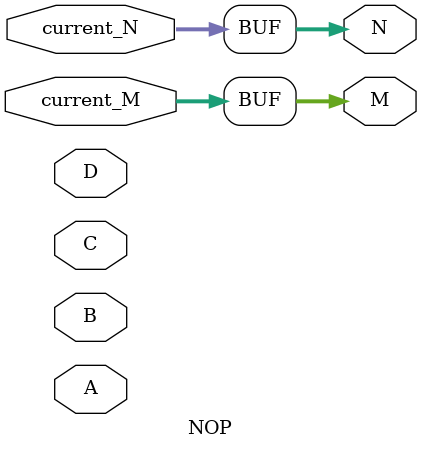
<source format=v>
module NOP(
    input  wire [3:0] current_M,  // Current value of M to hold
    input  wire [3:0] current_N,  // Current value of N to hold
    input  wire [3:0] A,          // Unused, kept for compatibility
    input  wire [3:0] B,          // Unused, kept for compatibility
    input  wire [3:0] C,          // Unused, kept for compatibility
    input  wire [3:0] D,          // Unused, kept for compatibility
    output wire [3:0] M,          // 4-bit output M (held value)
    output wire [3:0] N           // 4-bit output N (held value)
);

    // Simply pass through the stored values
    assign M = current_M;
    assign N = current_N;
    
endmodule
</source>
